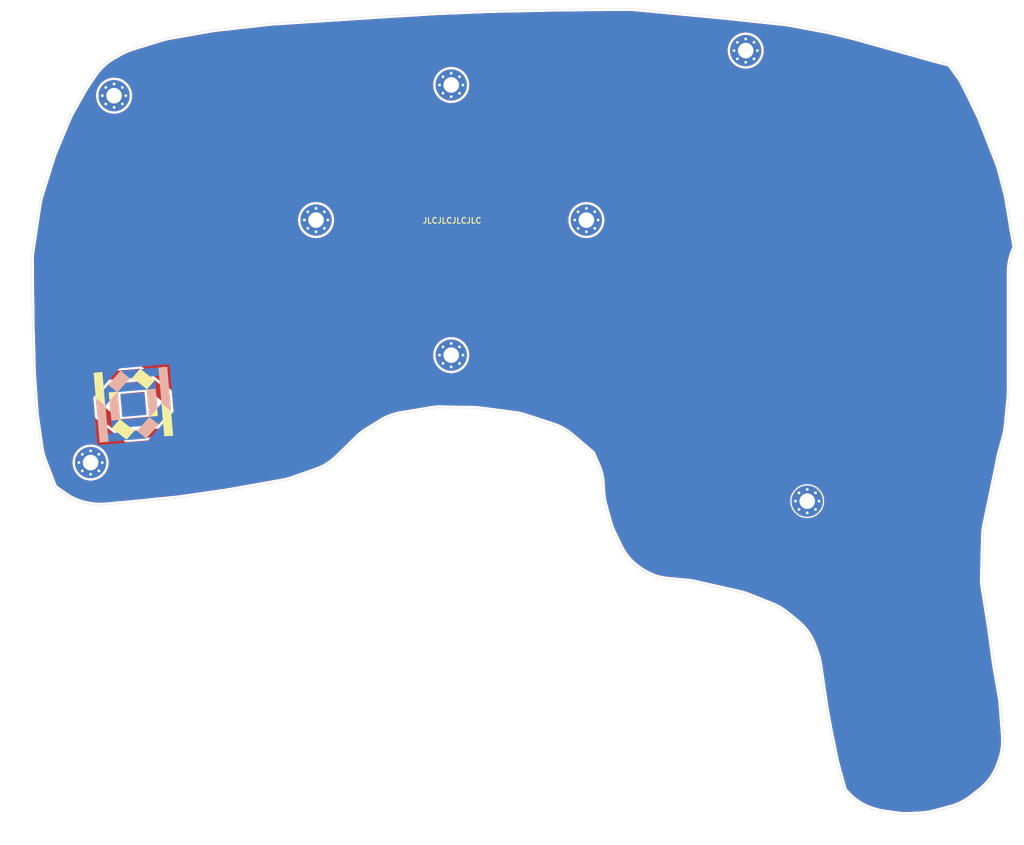
<source format=kicad_pcb>
(kicad_pcb (version 20240108) (generator "pcbnew") (generator_version "8.0")
  (title_block (title "Wubbo") (rev "v0.3") (company "cache.works"))
  (layers (0 "F.Cu" signal) (31 "B.Cu" signal) (34 "B.Paste" user) (35 "F.Paste" user) (36 "B.SilkS" user "B.Silkscreen") (37 "F.SilkS" user "F.Silkscreen") (38 "B.Mask" user) (39 "F.Mask" user) (44 "Edge.Cuts" user))
  (net 0 "")
  (net 1 "GND")
  (footprint "clipboard:9b7f651c-c6a4-4f53-b457-ec411c8fc700" (layer "F.Cu") (at -4.691213 -5.507578 5)
    (property "Reference" "GR1" (hide yes))
    (property "Value" "" (at 0 0 5) (layer "F.SilkS") (effects (font (size 1.27 1.27))))
    (fp_poly (pts (xy 7.106928 0.492125) (xy 7.313918 0.687354) (xy 7.506933 0.869372) (xy 7.690354 1.042302) (xy 7.868558 1.210271) (xy 8.045925 1.377401) (xy 8.226832 1.547818) (xy 8.415659 1.725647) (xy 8.616784 1.915012) (xy 8.834586 2.120038) (xy 9.073444 2.344848) (xy 9.337737 2.593569) (xy 9.403827 2.655764) (xy 10.392833 3.586445) (xy 10.392833 9.800167) (xy 7.096125 9.799253) (xy 3.799416 9.798339) (xy 2.88729 8.936711) (xy 2.691516 8.75183) (xy 2.471914 8.544541) (xy 2.235482 8.321444) (xy 1.98922 8.089142) (xy 1.89786 8.002984) (xy 4.34975 8.002984) (xy 5.005916 8.634948) (xy 9.144 8.636) (xy 9.144 4.726221) (xy 8.815916 4.414265) (xy 8.487833 4.102309) (xy 8.487833 8.001) (xy 6.418791 8.001992) (xy 4.34975 8.002984) (xy 1.89786 8.002984) (xy 1.740129 7.854236) (xy 1.495209 7.62333) (xy 1.261459 7.403024) (xy 1.04588 7.199921) (xy 0.987581 7.145013) (xy 0 6.214942) (xy 0 1.164167) (xy 1.227666 1.164167) (xy 1.228454 5.069417) (xy 1.87325 5.671861) (xy 1.878652 3.735617) (xy 1.880787 2.970065) (xy 3.132666 2.970065) (xy 3.132666 6.858) (xy 7.260166 6.858) (xy 7.260166 2.942167) (xy 5.644329 2.942165) (xy 5.372737 2.942356) (xy 5.103222 2.942904) (xy 4.84034 2.94378) (xy 4.588649 2.944954) (xy 4.352706 2.946393) (xy 4.137067 2.948068) (xy 3.94629 2.949947) (xy 3.784931 2.952) (xy 3.657547 2.954197) (xy 3.580579 2.956116) (xy 3.132666 2.970065) (xy 1.880787 2.970065) (xy 1.884054 1.799374) (xy 3.960262 1.793979) (xy 6.036471 1.788583) (xy 5.706795 1.476375) (xy 5.37712 1.164166) (xy 3.302393 1.164167) (xy 1.227666 1.164167) (xy 0 1.164167) (xy 0 0) (xy 6.585195 0) (xy 7.106928 0.492125)) (stroke (width 0.01)) (fill solid) (layer "F.Cu"))
    (fp_poly (pts (xy 1.227666 5.094663) (xy 0.633541 5.65354) (xy 0.500778 5.778137) (xy 0.377336 5.893431) (xy 0.266683 5.996229) (xy 0.172274 6.083339) (xy 0.097576 6.151568) (xy 0.04605 6.197724) (xy 0.021158 6.218616) (xy 0.019708 6.219472) (xy 0.017005 6.199521) (xy 0.01447 6.13855) (xy 0.01211 6.037873) (xy 0.009935 5.898804) (xy 0.007951 5.722655) (xy 0.006168 5.510741) (xy 0.004593 5.264375) (xy 0.003236 4.98487) (xy 0.002104 4.673539) (xy 0.001207 4.331697) (xy 0.000551 3.960657) (xy 0.000146 3.561732) (xy 0 3.136235) (xy 0 0) (xy 1.227666 0) (xy 1.227666 5.094663)) (stroke (width 0.01)) (fill solid) (layer "F.SilkS"))
    (fp_poly (pts (xy 10.375646 3.598143) (xy 10.37827 3.660314) (xy 10.380702 3.762541) (xy 10.382934 3.903685) (xy 10.384959 4.082608) (xy 10.386768 4.298171) (xy 10.38836 4.549235) (xy 10.38972 4.834661) (xy 10.390846 5.153313) (xy 10.391724 5.504049) (xy 10.392354 5.885733) (xy 10.392725 6.297225) (xy 10.392833 6.688667) (xy 10.392833 9.800167) (xy 9.144 9.800167) (xy 9.144 4.722365) (xy 9.74842 4.149766) (xy 9.882057 4.02363) (xy 10.006451 3.907115) (xy 10.118193 3.803347) (xy 10.213874 3.71545) (xy 10.290086 3.64655) (xy 10.34342 3.599773) (xy 10.370469 3.578245) (xy 10.372837 3.577167) (xy 10.375646 3.598143)) (stroke (width 0.01)) (fill solid) (layer "F.SilkS"))
    (fp_poly (pts (xy 3.134014 4.905375) (xy 3.135363 6.868583) (xy 4.002386 7.6835) (xy 4.165607 7.837016) (xy 4.321461 7.983804) (xy 4.466865 8.120947) (xy 4.598737 8.245529) (xy 4.713993 8.354632) (xy 4.809552 8.445339) (xy 4.882331 8.514735) (xy 4.929246 8.5599) (xy 4.944056 8.574521) (xy 5.018703 8.650625) (xy 4.461976 9.176265) (xy 4.33179 9.299118) (xy 4.209471 9.414425) (xy 4.098891 9.518545) (xy 4.00392 9.60784) (xy 3.928431 9.678668) (xy 3.876293 9.72739) (xy 3.852333 9.749512) (xy 3.799416 9.797119) (xy 2.8575 8.908468) (xy 2.690016 8.750269) (xy 2.531853 8.600515) (xy 2.385676 8.461752) (xy 2.25415 8.336526) (xy 2.139937 8.227385) (xy 2.045702 8.136871) (xy 1.97411 8.067534) (xy 1.927824 8.021919) (xy 1.909508 8.002573) (xy 1.909338 8.002251) (xy 1.922785 7.984274) (xy 1.963802 7.940584) (xy 2.029087 7.874442) (xy 2.115341 7.789106) (xy 2.219265 7.687836) (xy 2.337559 7.57389) (xy 2.466924 7.450527) (xy 2.491419 7.4273) (xy 2.622625 7.302672) (xy 2.743649 7.187095) (xy 2.851153 7.083801) (xy 2.941802 6.996025) (xy 3.012259 6.926999) (xy 3.059186 6.879958) (xy 3.079249 6.858133) (xy 3.07975 6.857132) (xy 3.064893 6.84024) (xy 3.022532 6.797528) (xy 2.955978 6.732202) (xy 2.868541 6.647467) (xy 2.763533 6.546528) (xy 2.644266 6.432591) (xy 2.514051 6.308861) (xy 2.481791 6.278304) (xy 1.883833 5.712256) (xy 1.883833 2.942167) (xy 3.132666 2.942167) (xy 3.134014 4.905375)) (stroke (width 0.01)) (fill solid) (layer "F.SilkS"))
    (fp_poly (pts (xy 7.097204 0.482746) (xy 7.247469 0.624565) (xy 7.412406 0.78015) (xy 7.582999 0.941003) (xy 7.750233 1.098622) (xy 7.905089 1.244509) (xy 8.038553 1.370163) (xy 8.043333 1.374661) (xy 8.155939 1.48099) (xy 8.258126 1.578175) (xy 8.34591 1.662373) (xy 8.41531 1.72974) (xy 8.462344 1.776433) (xy 8.483029 1.79861) (xy 8.483607 1.799567) (xy 8.470154 1.817287) (xy 8.429072 1.860657) (xy 8.363675 1.92643) (xy 8.27727 2.011359) (xy 8.173167 2.112195) (xy 8.054675 2.22569) (xy 7.925102 2.348598) (xy 7.901523 2.370843) (xy 7.770103 2.49516) (xy 7.648903 2.610643) (xy 7.541275 2.714036) (xy 7.450571 2.802079) (xy 7.380144 2.871517) (xy 7.333345 2.919092) (xy 7.313527 2.941546) (xy 7.313083 2.942631) (xy 7.327968 2.960496) (xy 7.370389 3.004049) (xy 7.436992 3.070027) (xy 7.524426 3.15517) (xy 7.629336 3.256215) (xy 7.748371 3.3699) (xy 7.878178 3.492969) (xy 7.900458 3.514006) (xy 8.487833 4.068297) (xy 8.487833 6.858) (xy 7.260166 6.858) (xy 7.260166 2.945641) (xy 6.323541 2.060665) (xy 6.156719 1.902693) (xy 5.999402 1.753048) (xy 5.854242 1.614294) (xy 5.723888 1.488997) (xy 5.610989 1.379723) (xy 5.518197 1.289037) (xy 5.448161 1.219506) (xy 5.403533 1.173694) (xy 5.386961 1.154168) (xy 5.386916 1.153912) (xy 5.401804 1.135012) (xy 5.444256 1.090417) (xy 5.510952 1.023387) (xy 5.598573 0.937179) (xy 5.7038 0.835054) (xy 5.823315 0.720271) (xy 5.953798 0.596089) (xy 5.985954 0.565648) (xy 6.584993 -0.000838) (xy 7.097204 0.482746)) (stroke (width 0.01)) (fill solid) (layer "F.SilkS"))
  )
  (footprint "kiboard_cache:MountingHole_2.2mm_M2_Pad_Via" (layer "F.Cu") (at -1.81 -44.585)
    (property "Reference" "" (at 0 -3.2 0) (layer "F.SilkS"))
    (property "Value" "MountingHole_2.2mm_M2_Pad_Via")
    (pad "1" thru_hole circle (at -1.65 0) (size 0.7 0.7) (drill 0.4) (layers "*.Cu" "*.Mask"))
    (pad "1" thru_hole circle (at -1.166726 -1.166726) (size 0.7 0.7) (drill 0.4) (layers "*.Cu" "*.Mask"))
    (pad "1" thru_hole circle (at -1.166726 1.166726) (size 0.7 0.7) (drill 0.4) (layers "*.Cu" "*.Mask"))
    (pad "1" thru_hole circle (at 0 -1.65) (size 0.7 0.7) (drill 0.4) (layers "*.Cu" "*.Mask"))
    (pad "1" thru_hole circle (at 0 0) (size 4.4 4.4) (drill 2.2) (layers "*.Cu" "*.Mask"))
    (pad "1" thru_hole circle (at 0 1.65) (size 0.7 0.7) (drill 0.4) (layers "*.Cu" "*.Mask"))
    (pad "1" thru_hole circle (at 1.166726 -1.166726) (size 0.7 0.7) (drill 0.4) (layers "*.Cu" "*.Mask"))
    (pad "1" thru_hole circle (at 1.166726 1.166726) (size 0.7 0.7) (drill 0.4) (layers "*.Cu" "*.Mask"))
    (pad "1" thru_hole circle (at 1.65 0) (size 0.7 0.7) (drill 0.4) (layers "*.Cu" "*.Mask"))
  )
  (footprint "kiboard_cache:MountingHole_2.2mm_M2_Pad_Via" (layer "F.Cu") (at 95.88 12.595)
    (property "Reference" "REF**" (hide yes))
    (property "Value" "MountingHole_2.2mm_M2_Pad_Via")
    (pad "1" thru_hole circle (at -1.65 0) (size 0.7 0.7) (drill 0.4) (layers "*.Cu" "*.Mask"))
    (pad "1" thru_hole circle (at -1.166726 -1.166726) (size 0.7 0.7) (drill 0.4) (layers "*.Cu" "*.Mask"))
    (pad "1" thru_hole circle (at -1.166726 1.166726) (size 0.7 0.7) (drill 0.4) (layers "*.Cu" "*.Mask"))
    (pad "1" thru_hole circle (at 0 -1.65) (size 0.7 0.7) (drill 0.4) (layers "*.Cu" "*.Mask"))
    (pad "1" thru_hole circle (at 0 0) (size 4.4 4.4) (drill 2.2) (layers "*.Cu" "*.Mask") (net 1 "GND"))
    (pad "1" thru_hole circle (at 0 1.65) (size 0.7 0.7) (drill 0.4) (layers "*.Cu" "*.Mask"))
    (pad "1" thru_hole circle (at 1.166726 -1.166726) (size 0.7 0.7) (drill 0.4) (layers "*.Cu" "*.Mask"))
    (pad "1" thru_hole circle (at 1.166726 1.166726) (size 0.7 0.7) (drill 0.4) (layers "*.Cu" "*.Mask"))
    (pad "1" thru_hole circle (at 1.65 0) (size 0.7 0.7) (drill 0.4) (layers "*.Cu" "*.Mask"))
  )
  (footprint "kiboard_cache:MountingHole_2.2mm_M2_Pad_Via" (layer "F.Cu") (at -5.12 7.155)
    (property "Reference" "" (at 0 -3.2 0) (layer "F.SilkS"))
    (property "Value" "MountingHole_2.2mm_M2_Pad_Via")
    (pad "1" thru_hole circle (at -1.65 0) (size 0.7 0.7) (drill 0.4) (layers "*.Cu" "*.Mask"))
    (pad "1" thru_hole circle (at -1.166726 -1.166726) (size 0.7 0.7) (drill 0.4) (layers "*.Cu" "*.Mask"))
    (pad "1" thru_hole circle (at -1.166726 1.166726) (size 0.7 0.7) (drill 0.4) (layers "*.Cu" "*.Mask"))
    (pad "1" thru_hole circle (at 0 -1.65) (size 0.7 0.7) (drill 0.4) (layers "*.Cu" "*.Mask"))
    (pad "1" thru_hole circle (at 0 0) (size 4.4 4.4) (drill 2.2) (layers "*.Cu" "*.Mask"))
    (pad "1" thru_hole circle (at 0 1.65) (size 0.7 0.7) (drill 0.4) (layers "*.Cu" "*.Mask"))
    (pad "1" thru_hole circle (at 1.166726 -1.166726) (size 0.7 0.7) (drill 0.4) (layers "*.Cu" "*.Mask"))
    (pad "1" thru_hole circle (at 1.166726 1.166726) (size 0.7 0.7) (drill 0.4) (layers "*.Cu" "*.Mask"))
    (pad "1" thru_hole circle (at 1.65 0) (size 0.7 0.7) (drill 0.4) (layers "*.Cu" "*.Mask"))
  )
  (footprint "kiboard_cache:MountingHole_2.2mm_M2_Pad_Via" (layer "F.Cu") (at 87.21 -50.945)
    (property "Reference" "" (at 0 -3.2 0) (layer "F.SilkS"))
    (property "Value" "MountingHole_2.2mm_M2_Pad_Via")
    (pad "1" thru_hole circle (at -1.65 0) (size 0.7 0.7) (drill 0.4) (layers "*.Cu" "*.Mask"))
    (pad "1" thru_hole circle (at -1.166726 -1.166726) (size 0.7 0.7) (drill 0.4) (layers "*.Cu" "*.Mask"))
    (pad "1" thru_hole circle (at -1.166726 1.166726) (size 0.7 0.7) (drill 0.4) (layers "*.Cu" "*.Mask"))
    (pad "1" thru_hole circle (at 0 -1.65) (size 0.7 0.7) (drill 0.4) (layers "*.Cu" "*.Mask"))
    (pad "1" thru_hole circle (at 0 0) (size 4.4 4.4) (drill 2.2) (layers "*.Cu" "*.Mask"))
    (pad "1" thru_hole circle (at 0 1.65) (size 0.7 0.7) (drill 0.4) (layers "*.Cu" "*.Mask"))
    (pad "1" thru_hole circle (at 1.166726 -1.166726) (size 0.7 0.7) (drill 0.4) (layers "*.Cu" "*.Mask"))
    (pad "1" thru_hole circle (at 1.166726 1.166726) (size 0.7 0.7) (drill 0.4) (layers "*.Cu" "*.Mask"))
    (pad "1" thru_hole circle (at 1.65 0) (size 0.7 0.7) (drill 0.4) (layers "*.Cu" "*.Mask"))
  )
  (footprint "kiboard_cache:Tenting_Puck" (layer "F.Cu") (at 45.73 -27.045)
    (property "Reference" "TENT1" (hide yes))
    (property "Value" "Tenting Puck" (hide yes))
    (pad "1" thru_hole circle (at -20.721428 0) (size 0.7 0.7) (drill 0.4) (layers "*.Cu" "*.Mask"))
    (pad "1" thru_hole circle (at -20.238154 -1.166726) (size 0.7 0.7) (drill 0.4) (layers "*.Cu" "*.Mask"))
    (pad "1" thru_hole circle (at -20.238154 1.166726) (size 0.7 0.7) (drill 0.4) (layers "*.Cu" "*.Mask"))
    (pad "1" thru_hole circle (at -19.071428 -1.65) (size 0.7 0.7) (drill 0.4) (layers "*.Cu" "*.Mask"))
    (pad "1" thru_hole circle (at -19.071428 0) (size 4.4 4.4) (drill 2.2) (layers "*.Cu" "*.Mask"))
    (pad "1" thru_hole circle (at -19.071428 1.65) (size 0.7 0.7) (drill 0.4) (layers "*.Cu" "*.Mask"))
    (pad "1" thru_hole circle (at -17.904702 -1.166726) (size 0.7 0.7) (drill 0.4) (layers "*.Cu" "*.Mask"))
    (pad "1" thru_hole circle (at -17.904702 1.166726) (size 0.7 0.7) (drill 0.4) (layers "*.Cu" "*.Mask"))
    (pad "1" thru_hole circle (at -17.421428 0) (size 0.7 0.7) (drill 0.4) (layers "*.Cu" "*.Mask"))
    (pad "1" thru_hole circle (at -1.671428 -19.05) (size 0.7 0.7) (drill 0.4) (layers "*.Cu" "*.Mask"))
    (pad "1" thru_hole circle (at -1.671428 19.05) (size 0.7 0.7) (drill 0.4) (layers "*.Cu" "*.Mask"))
    (pad "1" thru_hole circle (at -1.188154 -20.216726) (size 0.7 0.7) (drill 0.4) (layers "*.Cu" "*.Mask"))
    (pad "1" thru_hole circle (at -1.188154 -17.883274) (size 0.7 0.7) (drill 0.4) (layers "*.Cu" "*.Mask"))
    (pad "1" thru_hole circle (at -1.188154 17.883274) (size 0.7 0.7) (drill 0.4) (layers "*.Cu" "*.Mask"))
    (pad "1" thru_hole circle (at -1.188154 20.216726) (size 0.7 0.7) (drill 0.4) (layers "*.Cu" "*.Mask"))
    (pad "1" thru_hole circle (at -0.021428 -20.7) (size 0.7 0.7) (drill 0.4) (layers "*.Cu" "*.Mask"))
    (pad "1" thru_hole circle (at -0.021428 -19.05) (size 4.4 4.4) (drill 2.2) (layers "*.Cu" "*.Mask"))
    (pad "1" thru_hole circle (at -0.021428 -17.4) (size 0.7 0.7) (drill 0.4) (layers "*.Cu" "*.Mask"))
    (pad "1" thru_hole circle (at -0.021428 17.4) (size 0.7 0.7) (drill 0.4) (layers "*.Cu" "*.Mask"))
    (pad "1" thru_hole circle (at -0.021428 19.05) (size 4.4 4.4) (drill 2.2) (layers "*.Cu" "*.Mask"))
    (pad "1" thru_hole circle (at -0.021428 20.7) (size 0.7 0.7) (drill 0.4) (layers "*.Cu" "*.Mask"))
    (pad "1" thru_hole circle (at 1.145298 -20.216726) (size 0.7 0.7) (drill 0.4) (layers "*.Cu" "*.Mask"))
    (pad "1" thru_hole circle (at 1.145298 -17.883274) (size 0.7 0.7) (drill 0.4) (layers "*.Cu" "*.Mask"))
    (pad "1" thru_hole circle (at 1.145298 17.883274) (size 0.7 0.7) (drill 0.4) (layers "*.Cu" "*.Mask"))
    (pad "1" thru_hole circle (at 1.145298 20.216726) (size 0.7 0.7) (drill 0.4) (layers "*.Cu" "*.Mask"))
    (pad "1" thru_hole circle (at 1.628572 -19.05) (size 0.7 0.7) (drill 0.4) (layers "*.Cu" "*.Mask"))
    (pad "1" thru_hole circle (at 1.628572 19.05) (size 0.7 0.7) (drill 0.4) (layers "*.Cu" "*.Mask"))
    (pad "1" thru_hole circle (at 17.378572 0) (size 0.7 0.7) (drill 0.4) (layers "*.Cu" "*.Mask"))
    (pad "1" thru_hole circle (at 17.861846 -1.166726) (size 0.7 0.7) (drill 0.4) (layers "*.Cu" "*.Mask"))
    (pad "1" thru_hole circle (at 17.861846 1.166726) (size 0.7 0.7) (drill 0.4) (layers "*.Cu" "*.Mask"))
    (pad "1" thru_hole circle (at 19.028572 -1.65) (size 0.7 0.7) (drill 0.4) (layers "*.Cu" "*.Mask"))
    (pad "1" thru_hole circle (at 19.028572 0) (size 4.4 4.4) (drill 2.2) (layers "*.Cu" "*.Mask"))
    (pad "1" thru_hole circle (at 19.028572 1.65) (size 0.7 0.7) (drill 0.4) (layers "*.Cu" "*.Mask"))
    (pad "1" thru_hole circle (at 20.195298 -1.166726) (size 0.7 0.7) (drill 0.4) (layers "*.Cu" "*.Mask"))
    (pad "1" thru_hole circle (at 20.195298 1.166726) (size 0.7 0.7) (drill 0.4) (layers "*.Cu" "*.Mask"))
    (pad "1" thru_hole circle (at 20.678572 0) (size 0.7 0.7) (drill 0.4) (layers "*.Cu" "*.Mask"))
  )
  (footprint "clipboard:9b7f651c-c6a4-4f53-b457-ec411c8fc700" (layer "B.Cu") (at 5.669519 -6.351834 -175)
    (property "Reference" "GR2" (hide yes))
    (property "Value" "" (hide yes))
    (fp_poly (pts (xy 7.106928 -0.492125) (xy 7.313916 -0.687354) (xy 7.506933 -0.869372) (xy 7.690354 -1.042302) (xy 7.868558 -1.210271) (xy 8.045925 -1.377401) (xy 8.226832 -1.547818) (xy 8.415659 -1.725647) (xy 8.616784 -1.915012) (xy 8.834586 -2.120038) (xy 9.073444 -2.344848) (xy 9.337735 -2.593569) (xy 9.403829 -2.655764) (xy 10.392833 -3.586445) (xy 10.392833 -9.800167) (xy 7.096125 -9.799253) (xy 3.799416 -9.798339) (xy 2.88729 -8.936711) (xy 2.691516 -8.75183) (xy 2.471914 -8.544541) (xy 2.235482 -8.321442) (xy 1.98922 -8.089142) (xy 1.89786 -8.002984) (xy 4.34975 -8.002984) (xy 5.005916 -8.634948) (xy 9.144 -8.636001) (xy 9.144 -4.726221) (xy 8.815916 -4.414265) (xy 8.487833 -4.102309) (xy 8.487833 -8.001) (xy 6.418791 -8.001992) (xy 4.34975 -8.002984) (xy 1.89786 -8.002984) (xy 1.740129 -7.854235) (xy 1.495209 -7.62333) (xy 1.261459 -7.403024) (xy 1.04588 -7.199921) (xy 0.987581 -7.145013) (xy 0 -6.214942) (xy 0 -1.164167) (xy 1.227666 -1.164167) (xy 1.228454 -5.069417) (xy 1.87325 -5.671861) (xy 1.878652 -3.735617) (xy 1.880787 -2.970065) (xy 3.132666 -2.970065) (xy 3.132666 -6.858) (xy 7.260166 -6.858) (xy 7.260166 -2.942167) (xy 5.644329 -2.942167) (xy 5.372737 -2.942356) (xy 5.103222 -2.942904) (xy 4.84034 -2.94378) (xy 4.588649 -2.944954) (xy 4.352706 -2.946393) (xy 4.137067 -2.948068) (xy 3.94629 -2.949947) (xy 3.784931 -2.952) (xy 3.657547 -2.954197) (xy 3.580579 -2.956116) (xy 3.132666 -2.970065) (xy 1.880787 -2.970065) (xy 1.884054 -1.799374) (xy 3.960262 -1.793979) (xy 6.036471 -1.788583) (xy 5.706795 -1.476375) (xy 5.37712 -1.164166) (xy 3.302393 -1.164167) (xy 1.227666 -1.164167) (xy 0 -1.164167) (xy 0 0) (xy 6.585195 0) (xy 7.106928 -0.492125)) (stroke (width 0.01)) (fill solid) (layer "B.Cu"))
    (fp_poly (pts (xy 10.375646 -3.598143) (xy 10.37827 -3.660314) (xy 10.380702 -3.762541) (xy 10.382934 -3.903685) (xy 10.384959 -4.082608) (xy 10.38677 -4.298171) (xy 10.38836 -4.549235) (xy 10.38972 -4.834661) (xy 10.390844 -5.153313) (xy 10.391724 -5.504049) (xy 10.392354 -5.885733) (xy 10.392725 -6.297225) (xy 10.392833 -6.688667) (xy 10.392833 -9.800167) (xy 9.144 -9.800169) (xy 9.144 -4.722365) (xy 9.74842 -4.149766) (xy 9.882057 -4.02363) (xy 10.006451 -3.907115) (xy 10.118193 -3.803347) (xy 10.213874 -3.71545) (xy 10.290086 -3.64655) (xy 10.34342 -3.599773) (xy 10.370469 -3.578245) (xy 10.372837 -3.577167) (xy 10.375646 -3.598143)) (stroke (width 0.01)) (fill solid) (layer "B.SilkS"))
    (fp_poly (pts (xy 1.227666 -5.094663) (xy 0.633541 -5.65354) (xy 0.500778 -5.778137) (xy 0.377338 -5.893431) (xy 0.266683 -5.996229) (xy 0.172276 -6.083339) (xy 0.097576 -6.151568) (xy 0.04605 -6.197724) (xy 0.021158 -6.218616) (xy 0.019708 -6.219472) (xy 0.017005 -6.199521) (xy 0.01447 -6.13855) (xy 0.01211 -6.037873) (xy 0.009935 -5.898804) (xy 0.007951 -5.722655) (xy 0.006168 -5.510741) (xy 0.004593 -5.264375) (xy 0.003236 -4.98487) (xy 0.002104 -4.673539) (xy 0.001207 -4.331697) (xy 0.000551 -3.960657) (xy 0.000146 -3.561732) (xy 0 -3.136235) (xy 0 0) (xy 1.227666 0) (xy 1.227666 -5.094663)) (stroke (width 0.01)) (fill solid) (layer "B.SilkS"))
    (fp_poly (pts (xy 3.134014 -4.905375) (xy 3.135363 -6.868583) (xy 4.002386 -7.6835) (xy 4.165607 -7.837016) (xy 4.321461 -7.983804) (xy 4.466865 -8.120947) (xy 4.598737 -8.245529) (xy 4.713993 -8.354632) (xy 4.809552 -8.445339) (xy 4.882331 -8.514735) (xy 4.929246 -8.5599) (xy 4.944056 -8.574521) (xy 5.018703 -8.650625) (xy 4.461976 -9.176265) (xy 4.33179 -9.299118) (xy 4.209471 -9.414425) (xy 4.098891 -9.518545) (xy 4.00392 -9.60784) (xy 3.928431 -9.678668) (xy 3.876293 -9.72739) (xy 3.852333 -9.749512) (xy 3.799416 -9.797119) (xy 2.8575 -8.908468) (xy 2.690016 -8.750269) (xy 2.531853 -8.600515) (xy 2.385677 -8.461752) (xy 2.25415 -8.336526) (xy 2.139937 -8.227383) (xy 2.045702 -8.136871) (xy 1.97411 -8.067534) (xy 1.927824 -8.021919) (xy 1.909508 -8.002573) (xy 1.909336 -8.002251) (xy 1.922785 -7.984274) (xy 1.963802 -7.940584) (xy 2.029087 -7.874442) (xy 2.115341 -7.789106) (xy 2.219265 -7.687836) (xy 2.337559 -7.57389) (xy 2.466924 -7.450527) (xy 2.491419 -7.4273) (xy 2.622625 -7.302672) (xy 2.743649 -7.187095) (xy 2.851153 -7.083801) (xy 2.941802 -6.996025) (xy 3.012259 -6.926999) (xy 3.059186 -6.879958) (xy 3.079249 -6.858135) (xy 3.07975 -6.857132) (xy 3.064893 -6.84024) (xy 3.022532 -6.797528) (xy 2.955978 -6.732202) (xy 2.868541 -6.647467) (xy 2.763533 -6.546528) (xy 2.644266 -6.432591) (xy 2.514051 -6.308861) (xy 2.481791 -6.278302) (xy 1.883833 -5.712256) (xy 1.883833 -2.942167) (xy 3.132666 -2.942167) (xy 3.134014 -4.905375)) (stroke (width 0.01)) (fill solid) (layer "B.SilkS"))
    (fp_poly (pts (xy 7.097204 -0.482746) (xy 7.247469 -0.624565) (xy 7.412406 -0.78015) (xy 7.582999 -0.941003) (xy 7.750233 -1.098622) (xy 7.905089 -1.244509) (xy 8.038553 -1.370163) (xy 8.043333 -1.374661) (xy 8.155939 -1.48099) (xy 8.258126 -1.578175) (xy 8.34591 -1.662373) (xy 8.41531 -1.72974) (xy 8.462344 -1.776433) (xy 8.483029 -1.79861) (xy 8.483607 -1.799567) (xy 8.470152 -1.817287) (xy 8.429072 -1.860657) (xy 8.363675 -1.92643) (xy 8.27727 -2.011359) (xy 8.173167 -2.112195) (xy 8.054675 -2.22569) (xy 7.925102 -2.348598) (xy 7.901523 -2.370843) (xy 7.770103 -2.49516) (xy 7.648903 -2.610643) (xy 7.541275 -2.714036) (xy 7.450571 -2.802079) (xy 7.380144 -2.871517) (xy 7.333345 -2.919092) (xy 7.313527 -2.941546) (xy 7.313083 -2.942631) (xy 7.327968 -2.960496) (xy 7.370389 -3.004049) (xy 7.436992 -3.070027) (xy 7.524426 -3.15517) (xy 7.629336 -3.256215) (xy 7.748371 -3.369902) (xy 7.878178 -3.492969) (xy 7.900458 -3.514006) (xy 8.487833 -4.068295) (xy 8.487833 -6.858) (xy 7.260166 -6.858) (xy 7.260166 -2.945641) (xy 6.323541 -2.060665) (xy 6.156719 -1.902693) (xy 5.999402 -1.753048) (xy 5.854242 -1.614294) (xy 5.723887 -1.488997) (xy 5.610989 -1.379723) (xy 5.518197 -1.289037) (xy 5.448161 -1.219506) (xy 5.403533 -1.173694) (xy 5.386961 -1.154168) (xy 5.386916 -1.153912) (xy 5.401804 -1.135012) (xy 5.444256 -1.090417) (xy 5.510952 -1.023387) (xy 5.598573 -0.937179) (xy 5.7038 -0.835054) (xy 5.823315 -0.720269) (xy 5.953798 -0.596089) (xy 5.985954 -0.565648) (xy 6.584993 0.000838) (xy 7.097204 -0.482746)) (stroke (width 0.01)) (fill solid) (layer "B.SilkS"))
  )
  (gr_arc (start 104.943654 55.977885) (mid 103.090182 55.080708) (end 101.527123 53.740136) (stroke (width 0.05)) (layer "Edge.Cuts"))
  (gr_line (start 104.74 -52.09) (end 113.34 -49.69) (stroke (width 0.05)) (layer "Edge.Cuts"))
  (gr_line (start 86.423896 25.47035) (end 80.050087 24.02562) (stroke (width 0.05)) (layer "Edge.Cuts"))
  (gr_arc (start 70.521608 -56.885858) (mid 70.939537 -56.879076) (end 71.356541 -56.850474) (stroke (width 0.05)) (layer "Edge.Cuts"))
  (gr_arc (start 121.523374 30.206917) (mid 121.539326 30.310099) (end 121.55393 30.413481) (stroke (width 0.05)) (layer "Edge.Cuts"))
  (gr_line (start 116.159427 55.738072) (end 113.743664 56.392341) (stroke (width 0.05)) (layer "Edge.Cuts"))
  (gr_line (start 20.521206 -54.801844) (end 35.622572 -55.788861) (stroke (width 0.05)) (layer "Edge.Cuts"))
  (gr_line (start 115.94 -48.99) (end 116.910556 -47.651804) (stroke (width 0.05)) (layer "Edge.Cuts"))
  (gr_line (start -10.16 10.61) (end -11.638418 6.749685) (stroke (width 0.05)) (layer "Edge.Cuts"))
  (gr_line (start 60.884594 -56.790442) (end 70.521608 -56.885858) (stroke (width 0.05)) (layer "Edge.Cuts"))
  (gr_arc (start 43.756466 -56.284906) (mid 43.840022 -56.289562) (end 43.923623 -56.293345) (stroke (width 0.05)) (layer "Edge.Cuts"))
  (gr_arc (start 60.039393 1.817998) (mid 61.464404 2.444604) (end 62.741087 3.335318) (stroke (width 0.05)) (layer "Edge.Cuts"))
  (gr_arc (start -12.351567 -29.287184) (mid -12.237392 -29.884782) (end -12.078133 -30.471975) (stroke (width 0.05)) (layer "Edge.Cuts"))
  (gr_arc (start 123.905393 2.029911) (mid 123.811354 2.704756) (end 123.660231 3.369151) (stroke (width 0.05)) (layer "Edge.Cuts"))
  (gr_line (start 124.34 -19.692284) (end 124.34 -2.87373) (stroke (width 0.05)) (layer "Edge.Cuts"))
  (gr_arc (start 76.259996 23.606296) (mid 74.23612 23.148655) (end 72.398018 22.185904) (stroke (width 0.05)) (layer "Edge.Cuts"))
  (gr_line (start 68.050987 15.522681) (end 67.364932 13.027935) (stroke (width 0.05)) (layer "Edge.Cuts"))
  (gr_arc (start -5.919577 -45.407114) (mid -5.754396 -45.686532) (end -5.578017 -45.959019) (stroke (width 0.05)) (layer "Edge.Cuts"))
  (gr_line (start 65.64 5.81) (end 62.741087 3.335318) (stroke (width 0.05)) (layer "Edge.Cuts"))
  (gr_line (start 112.108739 56.657501) (end 110.237246 56.764443) (stroke (width 0.05)) (layer "Edge.Cuts"))
  (gr_line (start 0.390405 12.814408) (end -3.064498 13.121511) (stroke (width 0.05)) (layer "Edge.Cuts"))
  (gr_arc (start 11.987751 -53.845485) (mid 12.240583 -53.885942) (end 12.494581 -53.918287) (stroke (width 0.05)) (layer "Edge.Cuts"))
  (gr_line (start 35.657433 -55.791063) (end 43.756466 -56.284906) (stroke (width 0.05)) (layer "Edge.Cuts"))
  (gr_arc (start -5.348981 13.0021) (mid -7.081963 12.517598) (end -8.662819 11.658027) (stroke (width 0.05)) (layer "Edge.Cuts"))
  (gr_arc (start 120.004606 -41.769815) (mid 120.134467 -41.487583) (end 120.253274 -41.200523) (stroke (width 0.05)) (layer "Edge.Cuts"))
  (gr_line (start 93.345251 -54.633089) (end 98.724038 -53.630264) (stroke (width 0.05)) (layer "Edge.Cuts"))
  (gr_arc (start 0.489537 12.804975) (mid 0.439986 12.809846) (end 0.390405 12.814408) (stroke (width 0.05)) (layer "Edge.Cuts"))
  (gr_line (start -1.801094 -50.017036) (end -0.79533 -50.57908) (stroke (width 0.05)) (layer "Edge.Cuts"))
  (gr_line (start -13.164416 -5.751172) (end -13.358203 -12.824416) (stroke (width 0.05)) (layer "Edge.Cuts"))
  (gr_line (start 122.265631 35.658089) (end 123.074622 40.332259) (stroke (width 0.05)) (layer "Edge.Cuts"))
  (gr_arc (start 106.65411 56.412016) (mid 105.947457 56.278412) (end 105.255658 56.081886) (stroke (width 0.05)) (layer "Edge.Cuts"))
  (gr_line (start 102.49008 -52.724127) (end 104.74 -52.09) (stroke (width 0.05)) (layer "Edge.Cuts"))
  (gr_arc (start 113.743664 56.392341) (mid 112.933082 56.567346) (end 112.108739 56.657501) (stroke (width 0.05)) (layer "Edge.Cuts"))
  (gr_arc (start 119.025258 54.295322) (mid 117.665414 55.161843) (end 116.159427 55.738072) (stroke (width 0.05)) (layer "Edge.Cuts"))
  (gr_line (start 69.536273 18.92039) (end 68.547556 16.853072) (stroke (width 0.05)) (layer "Edge.Cuts"))
  (gr_arc (start 98.564217 41.743194) (mid 98.54113 41.609814) (end 98.520303 41.476062) (stroke (width 0.05)) (layer "Edge.Cuts"))
  (gr_arc (start 86.423896 25.47035) (mid 87.032601 25.633777) (end 87.62655 25.84462) (stroke (width 0.05)) (layer "Edge.Cuts"))
  (gr_arc (start 23.248034 9.396655) (mid 22.633412 9.584942) (end 22.005658 9.723275) (stroke (width 0.05)) (layer "Edge.Cuts"))
  (gr_arc (start -3.064498 13.121511) (mid -4.057785 13.147853) (end -5.046676 13.050859) (stroke (width 0.05)) (layer "Edge.Cuts"))
  (gr_line (start 101.14 53.31) (end 100.110668 49.566974) (stroke (width 0.05)) (layer "Edge.Cuts"))
  (gr_arc (start -12.718005 0.603968) (mid -12.754521 0.309424) (end -12.780086 0.013728) (stroke (width 0.05)) (layer "Edge.Cuts"))
  (gr_line (start 122.958541 -34.137388) (end 123.847711 -30.742378) (stroke (width 0.05)) (layer "Edge.Cuts"))
  (gr_line (start -5.046676 13.050859) (end -5.348981 13.0021) (stroke (width 0.05)) (layer "Edge.Cuts"))
  (gr_line (start 121.934908 10.934186) (end 120.889424 15.900237) (stroke (width 0.05)) (layer "Edge.Cuts"))
  (gr_line (start 99.986592 49.048893) (end 99.157562 44.995861) (stroke (width 0.05)) (layer "Edge.Cuts"))
  (gr_line (start 98.520303 41.476062) (end 97.655982 35.59868) (stroke (width 0.05)) (layer "Edge.Cuts"))
  (gr_line (start 5.933445 -52.777079) (end 11.987751 -53.845485) (stroke (width 0.05)) (layer "Edge.Cuts"))
  (gr_line (start 26.663076 8.198395) (end 23.248034 9.396655) (stroke (width 0.05)) (layer "Edge.Cuts"))
  (gr_line (start 94.386868 29.498943) (end 92.972973 28.360929) (stroke (width 0.05)) (layer "Edge.Cuts"))
  (gr_arc (start -0.79533 -50.57908) (mid -0.042587 -50.949346) (end 0.74479 -51.238753) (stroke (width 0.05)) (layer "Edge.Cuts"))
  (gr_line (start 101.527123 53.740136) (end 101.14 53.31) (stroke (width 0.05)) (layer "Edge.Cuts"))
  (gr_line (start 123.16079 48.800877) (end 122.971229 49.390621) (stroke (width 0.05)) (layer "Edge.Cuts"))
  (gr_arc (start 118.616769 -44.636461) (mid 118.639848 -44.589926) (end 118.662625 -44.543242) (stroke (width 0.05)) (layer "Edge.Cuts"))
  (gr_line (start 66.337178 7.365243) (end 65.64 5.81) (stroke (width 0.05)) (layer "Edge.Cuts"))
  (gr_line (start -13.362633 -22.631001) (end -12.351567 -29.287184) (stroke (width 0.05)) (layer "Edge.Cuts"))
  (gr_line (start 14.110211 11.12881) (end 7.509544 12.085428) (stroke (width 0.05)) (layer "Edge.Cuts"))
  (gr_arc (start -13.358203 -12.824416) (mid -13.359731 -12.890005) (end -13.360721 -12.955604) (stroke (width 0.05)) (layer "Edge.Cuts"))
  (gr_line (start 0.74479 -51.238753) (end 4.961277 -52.542031) (stroke (width 0.05)) (layer "Edge.Cuts"))
  (gr_arc (start 4.961277 -52.542031) (mid 5.443684 -52.674762) (end 5.933445 -52.777079) (stroke (width 0.05)) (layer "Edge.Cuts"))
  (gr_line (start 99.153427 -53.537945) (end 102.49008 -52.724127) (stroke (width 0.05)) (layer "Edge.Cuts"))
  (gr_line (start 22.005658 9.723275) (end 14.369104 11.086946) (stroke (width 0.05)) (layer "Edge.Cuts"))
  (gr_arc (start 122.669506 -35.025708) (mid 122.827001 -34.585771) (end 122.958541 -34.137388) (stroke (width 0.05)) (layer "Edge.Cuts"))
  (gr_line (start 12.494581 -53.918287) (end 20.159517 -54.769946) (stroke (width 0.05)) (layer "Edge.Cuts"))
  (gr_line (start 123.660231 3.369151) (end 123.008366 5.759325) (stroke (width 0.05)) (layer "Edge.Cuts"))
  (gr_arc (start 97.270667 34.059714) (mid 97.501571 34.819621) (end 97.655982 35.59868) (stroke (width 0.05)) (layer "Edge.Cuts"))
  (gr_line (start 125.14 -23.19) (end 125.029507 -22.941392) (stroke (width 0.05)) (layer "Edge.Cuts"))
  (gr_line (start 105.255658 56.081886) (end 104.943654 55.977885) (stroke (width 0.05)) (layer "Edge.Cuts"))
  (gr_arc (start 123.847711 -30.742378) (mid 123.931894 -30.388267) (end 123.999884 -30.030694) (stroke (width 0.05)) (layer "Edge.Cuts"))
  (gr_arc (start 120.65918 24.848917) (mid 120.574864 24.107674) (end 120.559952 23.361799) (stroke (width 0.05)) (layer "Edge.Cuts"))
  (gr_arc (start 116.910556 -47.651804) (mid 117.402289 -46.965872) (end 117.819024 -46.231953) (stroke (width 0.05)) (layer "Edge.Cuts"))
  (gr_arc (start 68.547556 16.853072) (mid 68.269694 16.198916) (end 68.050987 15.522681) (stroke (width 0.05)) (layer "Edge.Cuts"))
  (gr_arc (start 123.521703 45.748474) (mid 123.489219 47.292172) (end 123.16079 48.800877) (stroke (width 0.05)) (layer "Edge.Cuts"))
  (gr_line (start 32.419979 3.616829) (end 29.610078 6.366945) (stroke (width 0.05)) (layer "Edge.Cuts"))
  (gr_arc (start 122.322849 50.874776) (mid 121.413643 52.20337) (end 120.256838 53.323022) (stroke (width 0.05)) (layer "Edge.Cuts"))
  (gr_line (start 120.720665 17.335063) (end 120.559952 23.361799) (stroke (width 0.05)) (layer "Edge.Cuts"))
  (gr_line (start 67.091605 11.363082) (end 67.024074 10.181291) (stroke (width 0.05)) (layer "Edge.Cuts"))
  (gr_line (start -10.116073 -36.634174) (end -8.141576 -41.355797) (stroke (width 0.05)) (layer "Edge.Cuts"))
  (gr_line (start 120.256838 53.323022) (end 119.025258 54.295322) (stroke (width 0.05)) (layer "Edge.Cuts"))
  (gr_arc (start 123.074622 40.332259) (mid 123.13089 40.71113) (end 123.168959 41.092261) (stroke (width 0.05)) (layer "Edge.Cuts"))
  (gr_arc (start 120.720665 17.335063) (mid 120.772589 16.613833) (end 120.889424 15.900237) (stroke (width 0.05)) (layer "Edge.Cuts"))
  (gr_arc (start 14.369104 11.086946) (mid 14.239829 11.108939) (end 14.110211 11.12881) (stroke (width 0.05)) (layer "Edge.Cuts"))
  (gr_arc (start 35.622572 -55.788861) (mid 35.640001 -55.789981) (end 35.657433 -55.791063) (stroke (width 0.05)) (layer "Edge.Cuts"))
  (gr_arc (start 98.724038 -53.630264) (mid 98.939366 -53.587052) (end 99.153427 -53.537945) (stroke (width 0.05)) (layer "Edge.Cuts"))
  (gr_line (start -12.08716 5.019878) (end -12.718005 0.603968) (stroke (width 0.05)) (layer "Edge.Cuts"))
  (gr_line (start 120.253274 -41.200523) (end 122.669506 -35.025708) (stroke (width 0.05)) (layer "Edge.Cuts"))
  (gr_arc (start 20.159517 -54.769946) (mid 20.340181 -54.787947) (end 20.521206 -54.801844) (stroke (width 0.05)) (layer "Edge.Cuts"))
  (gr_arc (start 100.110668 49.566974) (mid 100.044316 49.308967) (end 99.986592 49.048893) (stroke (width 0.05)) (layer "Edge.Cuts"))
  (gr_line (start 72.398018 22.185904) (end 72.153784 22.01428) (stroke (width 0.05)) (layer "Edge.Cuts"))
  (gr_line (start -13.360721 -12.955604) (end -13.452876 -21.341685) (stroke (width 0.05)) (layer "Edge.Cuts"))
  (gr_arc (start 7.509544 12.085428) (mid 7.339777 12.108179) (end 7.169561 12.127291) (stroke (width 0.05)) (layer "Edge.Cuts"))
  (gr_line (start 7.169561 12.127291) (end 0.489537 12.804975) (stroke (width 0.05)) (layer "Edge.Cuts"))
  (gr_arc (start 122.888044 6.264583) (mid 122.944103 6.010977) (end 123.008366 5.759325) (stroke (width 0.05)) (layer "Edge.Cuts"))
  (gr_line (start 99.124323 44.823775) (end 98.564217 41.743194) (stroke (width 0.05)) (layer "Edge.Cuts"))
  (gr_line (start 123.999884 -30.030694) (end 125.14 -23.19) (stroke (width 0.05)) (layer "Edge.Cuts"))
  (gr_line (start -12.078133 -30.471975) (end -10.371273 -35.933925) (stroke (width 0.05)) (layer "Edge.Cuts"))
  (gr_line (start 113.34 -49.69) (end 115.94 -48.99) (stroke (width 0.05)) (layer "Edge.Cuts"))
  (gr_line (start 108.649478 56.697068) (end 106.65411 56.412016) (stroke (width 0.05)) (layer "Edge.Cuts"))
  (gr_line (start 90.928022 27.165209) (end 87.62655 25.84462) (stroke (width 0.05)) (layer "Edge.Cuts"))
  (gr_line (start 48.886929 -0.497812) (end 44.281532 -0.577215) (stroke (width 0.05)) (layer "Edge.Cuts"))
  (gr_line (start 60.039393 1.817998) (end 56.150631 0.542994) (stroke (width 0.05)) (layer "Edge.Cuts"))
  (gr_arc (start 122.265631 35.658089) (mid 122.241396 35.509785) (end 122.219949 35.361053) (stroke (width 0.05)) (layer "Edge.Cuts"))
  (gr_arc (start 42.808756 -0.466251) (mid 43.542578 -0.55579) (end 44.281532 -0.577215) (stroke (width 0.05)) (layer "Edge.Cuts"))
  (gr_arc (start 67.364932 13.027935) (mid 67.184258 12.202734) (end 67.091605 11.363082) (stroke (width 0.05)) (layer "Edge.Cuts"))
  (gr_arc (start -13.149094 -5.429137) (mid -13.158377 -5.590077) (end -13.164416 -5.751172) (stroke (width 0.05)) (layer "Edge.Cuts"))
  (gr_arc (start -13.452876 -21.341685) (mid -13.433835 -21.988168) (end -13.362633 -22.631001) (stroke (width 0.05)) (layer "Edge.Cuts"))
  (gr_line (start 84.688238 -55.584832) (end 92.731256 -54.72308) (stroke (width 0.05)) (layer "Edge.Cuts"))
  (gr_arc (start -4.52479 -47.515963) (mid -3.309433 -48.92603) (end -1.801094 -50.017036) (stroke (width 0.05)) (layer "Edge.Cuts"))
  (gr_line (start 117.819024 -46.231953) (end 118.616769 -44.636461) (stroke (width 0.05)) (layer "Edge.Cuts"))
  (gr_line (start -5.578017 -45.959019) (end -4.52479 -47.515963) (stroke (width 0.05)) (layer "Edge.Cuts"))
  (gr_line (start 42.808756 -0.466251) (end 38.601849 0.245687) (stroke (width 0.05)) (layer "Edge.Cuts"))
  (gr_arc (start 79.019201 23.861778) (mid 79.537319 23.926867) (end 80.050087 24.02562) (stroke (width 0.05)) (layer "Edge.Cuts"))
  (gr_line (start 43.923623 -56.293345) (end 51.264342 -56.586974) (stroke (width 0.05)) (layer "Edge.Cuts"))
  (gr_arc (start 32.419979 3.616829) (mid 33.069007 3.046869) (end 33.775693 2.550192) (stroke (width 0.05)) (layer "Edge.Cuts"))
  (gr_arc (start 94.386868 29.498943) (mid 95.887074 31.090133) (end 96.90035 33.028117) (stroke (width 0.05)) (layer "Edge.Cuts"))
  (gr_line (start 123.168959 41.092261) (end 123.521703 45.748474) (stroke (width 0.05)) (layer "Edge.Cuts"))
  (gr_line (start 79.019201 23.861778) (end 76.259996 23.606296) (stroke (width 0.05)) (layer "Edge.Cuts"))
  (gr_line (start 121.55393 30.413481) (end 122.219949 35.361053) (stroke (width 0.05)) (layer "Edge.Cuts"))
  (gr_arc (start 124.34 -2.87373) (mid 124.330813 -2.49044) (end 124.303272 -2.108031) (stroke (width 0.05)) (layer "Edge.Cuts"))
  (gr_line (start 97.270667 34.059714) (end 96.90035 33.028117) (stroke (width 0.05)) (layer "Edge.Cuts"))
  (gr_arc (start 84.591702 -55.594583) (mid 84.639985 -55.589854) (end 84.688238 -55.584832) (stroke (width 0.05)) (layer "Edge.Cuts"))
  (gr_arc (start 110.237246 56.764443) (mid 109.441685 56.770279) (end 108.649478 56.697068) (stroke (width 0.05)) (layer "Edge.Cuts"))
  (gr_line (start 51.415702 -56.591594) (end 60.795414 -56.789061) (stroke (width 0.05)) (layer "Edge.Cuts"))
  (gr_arc (start -11.638418 6.749685) (mid -11.911242 5.897351) (end -12.08716 5.019878) (stroke (width 0.05)) (layer "Edge.Cuts"))
  (gr_line (start 54.698497 0.212754) (end 49.789291 -0.431077) (stroke (width 0.05)) (layer "Edge.Cuts"))
  (gr_arc (start 66.337178 7.365243) (mid 66.809233 8.741897) (end 67.024074 10.181291) (stroke (width 0.05)) (layer "Edge.Cuts"))
  (gr_arc (start 121.944942 10.885783) (mid 121.939962 10.909992) (end 121.934908 10.934186) (stroke (width 0.05)) (layer "Edge.Cuts"))
  (gr_arc (start -8.141576 -41.355797) (mid -7.947575 -41.783923) (end -7.728765 -42.199917) (stroke (width 0.05)) (layer "Edge.Cuts"))
  (gr_arc (start 122.971229 49.390621) (mid 122.707276 50.095965) (end 122.378166 50.773362) (stroke (width 0.05)) (layer "Edge.Cuts"))
  (gr_line (start 118.662625 -44.543242) (end 120.004606 -41.769815) (stroke (width 0.05)) (layer "Edge.Cuts"))
  (gr_line (start -7.728765 -42.199917) (end -5.919577 -45.407114) (stroke (width 0.05)) (layer "Edge.Cuts"))
  (gr_arc (start 99.157562 44.995861) (mid 99.140471 44.909909) (end 99.124323 44.823775) (stroke (width 0.05)) (layer "Edge.Cuts"))
  (gr_arc (start 92.731256 -54.72308) (mid 93.039126 -54.68404) (end 93.345251 -54.633089) (stroke (width 0.05)) (layer "Edge.Cuts"))
  (gr_line (start 122.888044 6.264583) (end 121.944942 10.885783) (stroke (width 0.05)) (layer "Edge.Cuts"))
  (gr_line (start 122.378166 50.773362) (end 122.322849 50.874776) (stroke (width 0.05)) (layer "Edge.Cuts"))
  (gr_arc (start 29.610078 6.366945) (mid 28.237064 7.444364) (end 26.663076 8.198395) (stroke (width 0.05)) (layer "Edge.Cuts"))
  (gr_arc (start 124.34 -19.692284) (mid 124.514272 -21.353017) (end 125.029507 -22.941392) (stroke (width 0.05)) (layer "Edge.Cuts"))
  (gr_arc (start 72.153784 22.01428) (mid 70.645871 20.635827) (end 69.536273 18.92039) (stroke (width 0.05)) (layer "Edge.Cuts"))
  (gr_arc (start -10.371273 -35.933925) (mid -10.251832 -36.287023) (end -10.116073 -36.634174) (stroke (width 0.05)) (layer "Edge.Cuts"))
  (gr_arc (start 54.698497 0.212754) (mid 55.432265 0.344012) (end 56.150631 0.542994) (stroke (width 0.05)) (layer "Edge.Cuts"))
  (gr_line (start 35.696724 1.349548) (end 33.775693 2.550192) (stroke (width 0.05)) (layer "Edge.Cuts"))
  (gr_line (start 124.303272 -2.108031) (end 123.905393 2.029911) (stroke (width 0.05)) (layer "Edge.Cuts"))
  (gr_line (start 71.356541 -56.850474) (end 84.591702 -55.594583) (stroke (width 0.05)) (layer "Edge.Cuts"))
  (gr_line (start -12.780086 0.013728) (end -13.149094 -5.429137) (stroke (width 0.05)) (layer "Edge.Cuts"))
  (gr_arc (start 48.886929 -0.497812) (mid 49.339054 -0.477212) (end 49.789291 -0.431077) (stroke (width 0.05)) (layer "Edge.Cuts"))
  (gr_line (start -8.662819 11.658027) (end -10.16 10.61) (stroke (width 0.05)) (layer "Edge.Cuts"))
  (gr_arc (start 51.264342 -56.586974) (mid 51.340011 -56.589642) (end 51.415702 -56.591594) (stroke (width 0.05)) (layer "Edge.Cuts"))
  (gr_line (start 120.65918 24.848917) (end 121.523374 30.206917) (stroke (width 0.05)) (layer "Edge.Cuts"))
  (gr_arc (start 35.696724 1.349548) (mid 37.095169 0.655191) (end 38.601849 0.245687) (stroke (width 0.05)) (layer "Edge.Cuts"))
  (gr_arc (start 60.795414 -56.789061) (mid 60.840002 -56.789875) (end 60.884594 -56.790442) (stroke (width 0.05)) (layer "Edge.Cuts"))
  (gr_arc (start 90.928022 27.165209) (mid 91.995 27.68696) (end 92.972973 28.360929) (stroke (width 0.05)) (layer "Edge.Cuts"))
  (gr_text "JLCJLCJLCJLC" (at 45.82 -26.97 0) (layer "F.SilkS") (effects (font (size 0.8 0.8))))
  (zone (net 1) (net_name "GND") (layers "F&B.Cu") (connect_pads (clearance 0.35)) (min_thickness 0.127) (fill yes (thermal_gap 0.2) (thermal_bridge_width 0.2) (island_removal_mode 2) (island_area_min 20))
    (polygon (pts (xy 126.44 61.11) (xy -14.37 33.65) (xy -14.37 -58.08) (xy 126.01 -58.08)))
  )
)
</source>
